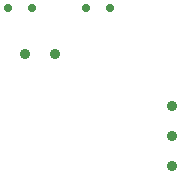
<source format=gbr>
%TF.GenerationSoftware,Altium Limited,Altium Designer,22.7.1 (60)*%
G04 Layer_Color=0*
%FSLAX45Y45*%
%MOMM*%
%TF.SameCoordinates,04235CBA-543E-4B11-AFE6-CF9E8B66919D*%
%TF.FilePolarity,Positive*%
%TF.FileFunction,Plated,1,2,PTH,Drill*%
%TF.Part,Single*%
G01*
G75*
%TA.AperFunction,ComponentDrill*%
%ADD37C,0.90000*%
%ADD38C,0.90000*%
%ADD39C,0.70000*%
D37*
X10960100Y6946900D02*
D03*
Y6692900D02*
D03*
Y6438900D02*
D03*
D38*
X9715500Y7391400D02*
D03*
X9969500D02*
D03*
D39*
X10237800Y7781400D02*
D03*
X10437800D02*
D03*
X9577400D02*
D03*
X9777400D02*
D03*
%TF.MD5,1326e50fcf117fb28b0520c367c545eb*%
M02*

</source>
